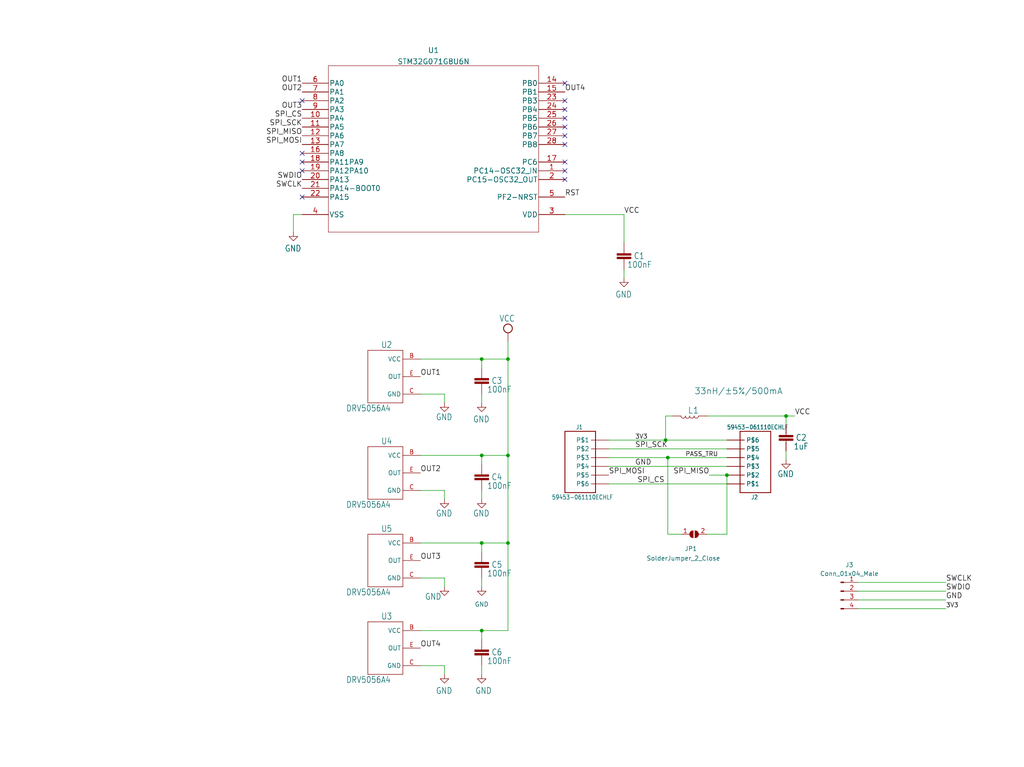
<source format=kicad_sch>
(kicad_sch (version 20210621) (generator eeschema)
  (paper "User" 297.002 222.504)
  (lib_symbols
    (symbol "Connector:Conn_01x04_Male" (pin_names (offset 1.016) hide)
      (property "Reference" "J" (at 0 5.08 0))
      (property "Value" "Conn_01x04_Male" (at 0 -7.62 0))
      (symbol "Conn_01x04_Male_1_1"
        (polyline (pts (xy 1.27 -5.08) (xy 0.8636 -5.08)) (stroke (width 0.1524)))
        (polyline (pts (xy 1.27 -2.54) (xy 0.8636 -2.54)) (stroke (width 0.1524)))
        (polyline (pts (xy 1.27 0) (xy 0.8636 0)) (stroke (width 0.1524)))
        (polyline (pts (xy 1.27 2.54) (xy 0.8636 2.54)) (stroke (width 0.1524)))
        (rectangle (start 0.8636 -4.953) (end 0 -5.207) (stroke (width 0.1524)) (fill (type outline)))
        (rectangle (start 0.8636 -2.413) (end 0 -2.667) (stroke (width 0.1524)) (fill (type outline)))
        (rectangle (start 0.8636 0.127) (end 0 -0.127) (stroke (width 0.1524)) (fill (type outline)))
        (rectangle (start 0.8636 2.667) (end 0 2.413) (stroke (width 0.1524)) (fill (type outline)))
        (pin passive line (at 5.08 2.54 180) (length 3.81) (name "Pin_1") (number "1"))
        (pin passive line (at 5.08 0 180) (length 3.81) (name "Pin_2") (number "2"))
        (pin passive line (at 5.08 -2.54 180) (length 3.81) (name "Pin_3") (number "3"))
        (pin passive line (at 5.08 -5.08 180) (length 3.81) (name "Pin_4") (number "4"))
      )
    )
    (symbol "Jumper:SolderJumper_2_Open" (pin_names (offset 0) hide)
      (property "Reference" "JP" (at 0 2.032 0))
      (property "Value" "SolderJumper_2_Open" (at 0 -2.54 0))
      (symbol "SolderJumper_2_Open_0_1"
        (arc (start -0.254 1.016) (mid -1.27 0) (end -0.254 -1.016))
        (arc (start -0.254 1.016) (mid -1.27 0) (end -0.254 -1.016) (fill (type outline)))
        (polyline (pts (xy -0.254 1.016) (xy -0.254 -1.016)))
        (polyline (pts (xy 0.254 1.016) (xy 0.254 -1.016)))
        (arc (start 0.254 -1.016) (mid 1.27 0) (end 0.254 1.016))
        (arc (start 0.254 -1.016) (mid 1.27 0) (end 0.254 1.016) (fill (type outline)))
      )
      (symbol "SolderJumper_2_Open_1_1"
        (pin passive line (at -3.81 0 0) (length 2.54) (name "A") (number "1"))
        (pin passive line (at 3.81 0 180) (length 2.54) (name "B") (number "2"))
      )
    )
    (symbol "Magnetic Finger SMALL Ampherol 28pin-eagle-import:59453-061110ECHLF"
      (property "Value" "59453-061110ECHLF" (at 5.08 -15.24 0))
      (symbol "59453-061110ECHLF_1_0"
        (polyline (pts (xy 3.81 -12.7) (xy 12.7 -12.7)) (stroke (width 0.254)))
        (polyline (pts (xy 3.81 5.08) (xy 3.81 -12.7)) (stroke (width 0.254)))
        (polyline (pts (xy 12.7 -12.7) (xy 12.7 5.08)) (stroke (width 0.254)))
        (polyline (pts (xy 12.7 5.08) (xy 3.81 5.08)) (stroke (width 0.254)))
        (pin bidirectional line (at 0 2.54 0) (length 5.08) (name "P$1") (number "P$1"))
        (pin bidirectional line (at 0 0 0) (length 5.08) (name "P$2") (number "P$2"))
        (pin bidirectional line (at 0 -2.54 0) (length 5.08) (name "P$3") (number "P$3"))
        (pin bidirectional line (at 0 -5.08 0) (length 5.08) (name "P$4") (number "P$4"))
        (pin bidirectional line (at 0 -7.62 0) (length 5.08) (name "P$5") (number "P$5"))
        (pin bidirectional line (at 0 -10.16 0) (length 5.08) (name "P$6") (number "P$6"))
      )
    )
    (symbol "Magnetic Finger SMALL Ampherol 28pin-eagle-import:C-EUC0402"
      (property "Reference" "C" (at 1.524 0.381 0))
      (property "Value" "C-EUC0402" (at 1.524 -4.699 0))
      (symbol "C-EUC0402_1_0"
        (rectangle (start -2.032 -2.032) (end 2.032 -1.524) (fill (type outline)))
        (rectangle (start -2.032 -1.016) (end 2.032 -0.508) (fill (type outline)))
        (polyline (pts (xy 0 -2.54) (xy 0 -2.032)) (stroke (width 0.1524)))
        (polyline (pts (xy 0 0) (xy 0 -0.508)) (stroke (width 0.1524)))
        (pin passive line (at 0 2.54 270) (length 2.54) (name "1") (number "1"))
        (pin passive line (at 0 -5.08 90) (length 2.54) (name "2") (number "2"))
      )
    )
    (symbol "Magnetic Finger SMALL Ampherol 28pin-eagle-import:DRV5057A1QDBZR"
      (property "Reference" "U" (at -5.08 8.89 0))
      (property "Value" "DRV5057A1QDBZR" (at -5.08 -10.16 0))
      (symbol "DRV5057A1QDBZR_1_0"
        (polyline (pts (xy -5.08 -7.62) (xy -5.08 7.62)) (stroke (width 0.1524)))
        (polyline (pts (xy -5.08 7.62) (xy 5.08 7.62)) (stroke (width 0.1524)))
        (polyline (pts (xy 5.08 -7.62) (xy -5.08 -7.62)) (stroke (width 0.1524)))
        (polyline (pts (xy 5.08 7.62) (xy 5.08 -7.62)) (stroke (width 0.1524)))
        (pin power_in line (at 10.16 5.08 180) (length 5.08) (name "VCC") (number "B"))
        (pin power_in line (at 10.16 -5.08 180) (length 5.08) (name "GND") (number "C"))
        (pin output line (at 10.16 0 180) (length 5.08) (name "OUT") (number "E"))
      )
    )
    (symbol "Magnetic Finger SMALL Ampherol 28pin-eagle-import:INDUCTOR-0603-33NH"
      (property "Reference" "L" (at 1.27 2.54 0))
      (property "Value" "INDUCTOR-0603-33NH" (at 1.27 -2.54 0))
      (symbol "INDUCTOR-0603-33NH_1_0"
        (arc (start 0 -2.54) (mid 0.635 -1.905) (end 0 -1.27) (stroke (width 0.1524)))
        (arc (start 0 -1.27) (mid 0.635 -0.635) (end 0 0) (stroke (width 0.1524)))
        (arc (start 0 0) (mid 0.635 0.635) (end 0 1.27) (stroke (width 0.1524)))
        (arc (start 0 1.27) (mid 0.635 1.905) (end 0 2.54) (stroke (width 0.1524)))
        (pin passive line (at 0 5.08 270) (length 2.54) (name "1") (number "1"))
        (pin passive line (at 0 -5.08 90) (length 2.54) (name "2") (number "2"))
      )
    )
    (symbol "Magnetic Finger SMALL Ampherol 28pin-eagle-import:VCC" (power)
      (property "Value" "VCC" (at -1.905 3.175 0))
      (symbol "VCC_1_0"
        (circle (center 0 1.27) (radius 1.27) (stroke (width 0.254)) (stroke (width 0.254)))
        (pin power_in line (at 0 -2.54 90) (length 2.54) (name "VCC") (number "1"))
      )
    )
    (symbol "STM32G071G8U6N:STM32G071G8U6N" (pin_names (offset 0.254))
      (property "Reference" "U" (at 38.1 10.16 0))
      (property "Value" "STM32G071G8U6N" (at 38.1 7.62 0))
      (symbol "STM32G071G8U6N_1_1"
        (polyline (pts (xy 7.62 -43.18) (xy 68.58 -43.18)) (stroke (width 0.127)))
        (polyline (pts (xy 7.62 5.08) (xy 7.62 -43.18)) (stroke (width 0.127)))
        (polyline (pts (xy 68.58 -43.18) (xy 68.58 5.08)) (stroke (width 0.127)))
        (polyline (pts (xy 68.58 5.08) (xy 7.62 5.08)) (stroke (width 0.127)))
        (pin bidirectional line (at 76.2 -25.4 180) (length 7.62) (name "PC14-OSC32_IN") (number "1"))
        (pin bidirectional line (at 0 -10.16 0) (length 7.62) (name "PA4") (number "10"))
        (pin bidirectional line (at 0 -12.7 0) (length 7.62) (name "PA5") (number "11"))
        (pin bidirectional line (at 0 -15.24 0) (length 7.62) (name "PA6") (number "12"))
        (pin bidirectional line (at 0 -17.78 0) (length 7.62) (name "PA7") (number "13"))
        (pin bidirectional line (at 76.2 0 180) (length 7.62) (name "PB0") (number "14"))
        (pin bidirectional line (at 76.2 -2.54 180) (length 7.62) (name "PB1") (number "15"))
        (pin bidirectional line (at 0 -20.32 0) (length 7.62) (name "PA8") (number "16"))
        (pin bidirectional line (at 76.2 -22.86 180) (length 7.62) (name "PC6") (number "17"))
        (pin bidirectional line (at 0 -22.86 0) (length 7.62) (name "PA11PA9") (number "18"))
        (pin bidirectional line (at 0 -25.4 0) (length 7.62) (name "PA12PA10") (number "19"))
        (pin bidirectional line (at 76.2 -27.94 180) (length 7.62) (name "PC15-OSC32_OUT") (number "2"))
        (pin bidirectional line (at 0 -27.94 0) (length 7.62) (name "PA13") (number "20"))
        (pin bidirectional line (at 0 -30.48 0) (length 7.62) (name "PA14-BOOT0") (number "21"))
        (pin bidirectional line (at 0 -33.02 0) (length 7.62) (name "PA15") (number "22"))
        (pin bidirectional line (at 76.2 -5.08 180) (length 7.62) (name "PB3") (number "23"))
        (pin bidirectional line (at 76.2 -7.62 180) (length 7.62) (name "PB4") (number "24"))
        (pin bidirectional line (at 76.2 -10.16 180) (length 7.62) (name "PB5") (number "25"))
        (pin bidirectional line (at 76.2 -12.7 180) (length 7.62) (name "PB6") (number "26"))
        (pin bidirectional line (at 76.2 -15.24 180) (length 7.62) (name "PB7") (number "27"))
        (pin bidirectional line (at 76.2 -17.78 180) (length 7.62) (name "PB8") (number "28"))
        (pin power_in line (at 76.2 -38.1 180) (length 7.62) (name "VDD") (number "3"))
        (pin power_in line (at 0 -38.1 0) (length 7.62) (name "VSS") (number "4"))
        (pin bidirectional line (at 76.2 -33.02 180) (length 7.62) (name "PF2-NRST") (number "5"))
        (pin bidirectional line (at 0 0 0) (length 7.62) (name "PA0") (number "6"))
        (pin bidirectional line (at 0 -2.54 0) (length 7.62) (name "PA1") (number "7"))
        (pin bidirectional line (at 0 -5.08 0) (length 7.62) (name "PA2") (number "8"))
        (pin bidirectional line (at 0 -7.62 0) (length 7.62) (name "PA3") (number "9"))
      )
    )
    (symbol "power:GND" (power) (pin_names (offset 0))
      (property "Value" "GND" (at 0 -3.81 0))
      (symbol "GND_0_1"
        (polyline (pts (xy 0 0) (xy 0 -1.27) (xy 1.27 -1.27) (xy 0 -2.54) (xy -1.27 -1.27) (xy 0 -1.27)))
      )
      (symbol "GND_1_1"
        (pin power_in line (at 0 0 270) (length 0) hide (name "GND") (number "1"))
      )
    )
  )
  (junction (at 139.7 104.14))
  (junction (at 139.7 132.08))
  (junction (at 139.7 157.48))
  (junction (at 139.7 182.88))
  (junction (at 147.32 104.14))
  (junction (at 147.32 132.08))
  (junction (at 147.32 157.48))
  (junction (at 193.04 127.635))
  (junction (at 193.675 132.715))
  (junction (at 210.82 137.795))
  (junction (at 227.965 120.65))
  (no_connect (at 87.63 29.21))
  (no_connect (at 87.63 44.45))
  (no_connect (at 87.63 46.99))
  (no_connect (at 87.63 49.53))
  (no_connect (at 87.63 57.15))
  (no_connect (at 163.83 24.13))
  (no_connect (at 163.83 29.21))
  (no_connect (at 163.83 31.75))
  (no_connect (at 163.83 34.29))
  (no_connect (at 163.83 36.83))
  (no_connect (at 163.83 39.37))
  (no_connect (at 163.83 41.91))
  (no_connect (at 163.83 46.99))
  (no_connect (at 163.83 49.53))
  (no_connect (at 163.83 52.07))
  (wire (pts (xy 85.09 62.23) (xy 85.09 67.31)))
  (wire (pts (xy 87.63 62.23) (xy 85.09 62.23)))
  (wire (pts (xy 121.92 104.14) (xy 139.7 104.14)))
  (wire (pts (xy 121.92 114.3) (xy 128.905 114.3)))
  (wire (pts (xy 121.92 142.24) (xy 128.905 142.24)))
  (wire (pts (xy 121.92 167.64) (xy 128.905 167.64)))
  (wire (pts (xy 121.92 193.04) (xy 128.905 193.04)))
  (wire (pts (xy 128.905 114.3) (xy 128.905 116.84)))
  (wire (pts (xy 128.905 142.24) (xy 128.905 144.78)))
  (wire (pts (xy 128.905 167.64) (xy 128.905 170.18)))
  (wire (pts (xy 128.905 193.04) (xy 128.905 195.58)))
  (wire (pts (xy 139.7 104.14) (xy 139.7 106.68)))
  (wire (pts (xy 139.7 104.14) (xy 147.32 104.14)))
  (wire (pts (xy 139.7 114.3) (xy 139.7 116.84)))
  (wire (pts (xy 139.7 132.08) (xy 121.92 132.08)))
  (wire (pts (xy 139.7 132.08) (xy 139.7 134.62)))
  (wire (pts (xy 139.7 142.24) (xy 139.7 144.78)))
  (wire (pts (xy 139.7 157.48) (xy 121.92 157.48)))
  (wire (pts (xy 139.7 157.48) (xy 139.7 160.02)))
  (wire (pts (xy 139.7 167.64) (xy 139.7 170.18)))
  (wire (pts (xy 139.7 182.88) (xy 121.92 182.88)))
  (wire (pts (xy 139.7 182.88) (xy 139.7 185.42)))
  (wire (pts (xy 139.7 195.58) (xy 139.7 193.04)))
  (wire (pts (xy 147.32 104.14) (xy 147.32 99.06)))
  (wire (pts (xy 147.32 104.14) (xy 147.32 132.08)))
  (wire (pts (xy 147.32 132.08) (xy 139.7 132.08)))
  (wire (pts (xy 147.32 132.08) (xy 147.32 157.48)))
  (wire (pts (xy 147.32 157.48) (xy 139.7 157.48)))
  (wire (pts (xy 147.32 157.48) (xy 147.32 182.88)))
  (wire (pts (xy 147.32 182.88) (xy 139.7 182.88)))
  (wire (pts (xy 176.53 127.635) (xy 193.04 127.635)))
  (wire (pts (xy 176.53 130.175) (xy 210.82 130.175)))
  (wire (pts (xy 176.53 132.715) (xy 193.675 132.715)))
  (wire (pts (xy 176.53 135.255) (xy 210.82 135.255)))
  (wire (pts (xy 176.53 140.335) (xy 210.82 140.335)))
  (wire (pts (xy 180.975 62.23) (xy 163.83 62.23)))
  (wire (pts (xy 180.975 62.23) (xy 180.975 70.485)))
  (wire (pts (xy 180.975 80.645) (xy 180.975 78.105)))
  (wire (pts (xy 193.04 120.65) (xy 193.04 127.635)))
  (wire (pts (xy 193.04 120.65) (xy 194.945 120.65)))
  (wire (pts (xy 193.04 127.635) (xy 210.82 127.635)))
  (wire (pts (xy 193.675 132.715) (xy 193.675 154.94)))
  (wire (pts (xy 193.675 132.715) (xy 210.82 132.715)))
  (wire (pts (xy 193.675 154.94) (xy 197.485 154.94)))
  (wire (pts (xy 205.105 120.65) (xy 227.965 120.65)))
  (wire (pts (xy 205.105 154.94) (xy 210.82 154.94)))
  (wire (pts (xy 205.74 137.795) (xy 210.82 137.795)))
  (wire (pts (xy 210.82 137.795) (xy 210.82 154.94)))
  (wire (pts (xy 227.965 120.65) (xy 230.505 120.65)))
  (wire (pts (xy 227.965 123.19) (xy 227.965 120.65)))
  (wire (pts (xy 227.965 133.35) (xy 227.965 130.81)))
  (wire (pts (xy 248.92 168.91) (xy 274.32 168.91)))
  (wire (pts (xy 248.92 171.45) (xy 274.32 171.45)))
  (wire (pts (xy 248.92 173.99) (xy 274.32 173.99)))
  (wire (pts (xy 248.92 176.53) (xy 274.32 176.53)))
  (label "OUT1" (at 87.63 24.13 180) (effects (font (size 1.5113 1.5113))))
  (label "OUT2" (at 87.63 26.67 180) (effects (font (size 1.5113 1.5113))))
  (label "OUT3" (at 87.63 31.75 180) (effects (font (size 1.5113 1.5113))))
  (label "SPI_CS" (at 87.63 34.29 180) (effects (font (size 1.5113 1.5113))))
  (label "SPI_SCK" (at 87.63 36.83 180) (effects (font (size 1.5113 1.5113))))
  (label "SPI_MISO" (at 87.63 39.37 180) (effects (font (size 1.5113 1.5113))))
  (label "SPI_MOSI" (at 87.63 41.91 180) (effects (font (size 1.5113 1.5113))))
  (label "SWDIO" (at 87.63 52.07 180) (effects (font (size 1.5113 1.5113))))
  (label "SWCLK" (at 87.63 54.61 180) (effects (font (size 1.5113 1.5113))))
  (label "OUT1" (at 121.92 109.22 0) (effects (font (size 1.5113 1.5113))))
  (label "OUT2" (at 121.92 137.16 0) (effects (font (size 1.5113 1.5113))))
  (label "OUT3" (at 121.92 162.56 0) (effects (font (size 1.5113 1.5113))))
  (label "OUT4" (at 121.92 187.96 0) (effects (font (size 1.5113 1.5113))))
  (label "OUT4" (at 163.83 26.67 0) (effects (font (size 1.5113 1.5113))))
  (label "RST" (at 163.83 57.15 0) (effects (font (size 1.5113 1.5113))))
  (label "SPI_MOSI" (at 176.53 137.795 0) (effects (font (size 1.5113 1.5113))))
  (label "VCC" (at 180.975 62.23 0) (effects (font (size 1.5113 1.5113))))
  (label "3V3" (at 184.15 127.635 0))
  (label "SPI_SCK" (at 184.15 130.175 0) (effects (font (size 1.5113 1.5113))))
  (label "GND" (at 184.15 135.255 0) (effects (font (size 1.5113 1.5113))))
  (label "SPI_CS" (at 184.785 140.335 0) (effects (font (size 1.5113 1.5113))))
  (label "PASS_TRU" (at 198.755 132.715 0))
  (label "SPI_MISO" (at 205.74 137.795 180) (effects (font (size 1.5113 1.5113))))
  (label "VCC" (at 230.505 120.65 0) (effects (font (size 1.5113 1.5113))))
  (label "SWCLK" (at 274.32 168.91 0) (effects (font (size 1.5113 1.5113))))
  (label "SWDIO" (at 274.32 171.45 0) (effects (font (size 1.5113 1.5113))))
  (label "GND" (at 274.32 173.99 0) (effects (font (size 1.5113 1.5113))))
  (label "3V3" (at 274.32 176.53 0))
  (symbol (lib_id "power:GND") (at 85.09 67.31 0) (unit 1)
    (property "Reference" "#GND013" (effects hide))
    (property "Value" "GND" (at 82.55 73.025 0) (effects (font (size 1.778 1.5113)) (justify left bottom)))
  )
  (symbol (lib_id "power:GND") (at 128.905 116.84 0) (unit 1)
    (property "Reference" "#GND011" (effects hide))
    (property "Value" "GND" (at 126.365 121.92 0) (effects (font (size 1.778 1.5113)) (justify left bottom)))
  )
  (symbol (lib_id "power:GND") (at 128.905 144.78 0) (unit 1)
    (property "Reference" "#GND09" (effects hide))
    (property "Value" "GND" (at 126.365 149.86 0) (effects (font (size 1.778 1.5113)) (justify left bottom)))
  )
  (symbol (lib_id "power:GND") (at 128.905 170.18 0) (unit 1)
    (property "Reference" "#GND07" (effects hide))
    (property "Value" "GND" (at 123.19 173.99 0) (effects (font (size 1.778 1.5113)) (justify left bottom)))
  )
  (symbol (lib_id "power:GND") (at 128.905 195.58 0) (unit 1)
    (property "Reference" "#GND04" (effects hide))
    (property "Value" "GND" (at 126.365 201.295 0) (effects (font (size 1.778 1.5113)) (justify left bottom)))
  )
  (symbol (lib_id "power:GND") (at 139.7 116.84 0) (unit 1)
    (property "Reference" "#GND010" (effects hide))
    (property "Value" "GND" (at 137.16 122.555 0) (effects (font (size 1.778 1.5113)) (justify left bottom)))
  )
  (symbol (lib_id "power:GND") (at 139.7 144.78 0) (unit 1)
    (property "Reference" "#GND08" (effects hide))
    (property "Value" "GND" (at 137.16 149.86 0) (effects (font (size 1.778 1.5113)) (justify left bottom)))
  )
  (symbol (lib_id "power:GND") (at 139.7 170.18 0) (unit 1)
    (property "Reference" "#PWR0101" (effects hide))
    (property "Value" "GND" (at 139.7 175.26 0))
  )
  (symbol (lib_id "power:GND") (at 139.7 195.58 0) (unit 1)
    (property "Reference" "#GND05" (effects hide))
    (property "Value" "GND" (at 137.795 201.295 0) (effects (font (size 1.778 1.5113)) (justify left bottom)))
  )
  (symbol (lib_id "power:GND") (at 180.975 80.645 0) (unit 1)
    (property "Reference" "#GND02" (effects hide))
    (property "Value" "GND" (at 178.435 86.36 0) (effects (font (size 1.778 1.5113)) (justify left bottom)))
  )
  (symbol (lib_id "power:GND") (at 227.965 133.35 0) (unit 1)
    (property "Reference" "#GND03" (effects hide))
    (property "Value" "GND" (at 225.425 138.43 0) (effects (font (size 1.778 1.5113)) (justify left bottom)))
  )
  (symbol (lib_id "Magnetic Finger SMALL Ampherol 28pin-eagle-import:INDUCTOR-0603-33NH") (at 200.025 120.65 270) (unit 1)
    (property "Reference" "L1" (at 199.39 120.015 90) (effects (font (size 1.778 1.778)) (justify left bottom)))
    (property "Value" "33nH/±5%/500mA" (at 201.295 112.395 90) (effects (font (size 1.778 1.778)) (justify left top)))
    (property "Footprint" "Inductor_SMD:L_0603_1608Metric_Pad1.05x0.95mm_HandSolder" (effects hide))
  )
  (symbol (lib_id "Magnetic Finger SMALL Ampherol 28pin-eagle-import:VCC") (at 147.32 96.52 0) (unit 1)
    (property "Reference" "#SUPPLY02" (effects hide))
    (property "Value" "VCC" (at 144.78 93.345 0) (effects (font (size 1.778 1.5113)) (justify left bottom)))
  )
  (symbol (lib_id "Jumper:SolderJumper_2_Open") (at 201.295 154.94 0) (unit 1)
    (property "Reference" "JP1" (at 202.2035 159.1311 0) (effects (justify right)))
    (property "Value" "SolderJumper_2_Close" (at 208.915 161.925 0) (effects (justify right)))
    (property "Footprint" "footprints:SolderJumper-2_P1.3mm_Bridged_Pad1.0x1.5mm" (effects hide))
  )
  (symbol (lib_id "Magnetic Finger SMALL Ampherol 28pin-eagle-import:C-EUC0402") (at 139.7 109.22 0) (unit 1)
    (property "Reference" "C3" (at 142.494 111.379 0) (effects (font (size 1.778 1.5113)) (justify left bottom)))
    (property "Value" "100nF" (at 141.224 113.919 0) (effects (font (size 1.778 1.5113)) (justify left bottom)))
    (property "Footprint" "footprints:C_0603_1608Metric_Pad1.08x0.95mm_HandSolder" (effects hide))
  )
  (symbol (lib_id "Magnetic Finger SMALL Ampherol 28pin-eagle-import:C-EUC0402") (at 139.7 137.16 0) (unit 1)
    (property "Reference" "C4" (at 142.494 139.319 0) (effects (font (size 1.778 1.5113)) (justify left bottom)))
    (property "Value" "100nF" (at 141.224 141.859 0) (effects (font (size 1.778 1.5113)) (justify left bottom)))
    (property "Footprint" "footprints:C_0603_1608Metric_Pad1.08x0.95mm_HandSolder" (effects hide))
  )
  (symbol (lib_id "Magnetic Finger SMALL Ampherol 28pin-eagle-import:C-EUC0402") (at 139.7 162.56 0) (unit 1)
    (property "Reference" "C5" (at 142.494 164.719 0) (effects (font (size 1.778 1.5113)) (justify left bottom)))
    (property "Value" "100nF" (at 141.224 167.259 0) (effects (font (size 1.778 1.5113)) (justify left bottom)))
    (property "Footprint" "footprints:C_0603_1608Metric_Pad1.08x0.95mm_HandSolder" (effects hide))
  )
  (symbol (lib_id "Magnetic Finger SMALL Ampherol 28pin-eagle-import:C-EUC0402") (at 139.7 187.96 0) (unit 1)
    (property "Reference" "C6" (at 142.494 190.119 0) (effects (font (size 1.778 1.5113)) (justify left bottom)))
    (property "Value" "100nF" (at 141.224 192.659 0) (effects (font (size 1.778 1.5113)) (justify left bottom)))
    (property "Footprint" "footprints:C_0603_1608Metric_Pad1.08x0.95mm_HandSolder" (effects hide))
  )
  (symbol (lib_id "Magnetic Finger SMALL Ampherol 28pin-eagle-import:C-EUC0402") (at 180.975 73.025 0) (unit 1)
    (property "Reference" "C1" (at 183.769 75.184 0) (effects (font (size 1.778 1.5113)) (justify left bottom)))
    (property "Value" "100nF" (at 181.864 77.724 0) (effects (font (size 1.778 1.5113)) (justify left bottom)))
    (property "Footprint" "footprints:C_0603_1608Metric_Pad1.08x0.95mm_HandSolder" (effects hide))
  )
  (symbol (lib_id "Magnetic Finger SMALL Ampherol 28pin-eagle-import:C-EUC0402") (at 227.965 125.73 0) (unit 1)
    (property "Reference" "C2" (at 230.759 127.889 0) (effects (font (size 1.778 1.5113)) (justify left bottom)))
    (property "Value" "1uF" (at 230.124 130.429 0) (effects (font (size 1.778 1.5113)) (justify left bottom)))
    (property "Footprint" "footprints:C_0603_1608Metric_Pad1.08x0.95mm_HandSolder" (effects hide))
  )
  (symbol (lib_id "Connector:Conn_01x04_Male") (at 243.84 171.45 0) (unit 1)
    (property "Reference" "J3" (at 246.3419 163.83 0))
    (property "Value" "Conn_01x04_Male" (at 246.3419 166.37 0))
    (property "Footprint" "footprints:PinHeader_1x04_P2.54mm_Vertical" (effects hide))
  )
  (symbol (lib_id "Magnetic Finger SMALL Ampherol 28pin-eagle-import:59453-061110ECHLF") (at 176.53 130.175 0) (mirror y) (unit 1)
    (property "Reference" "J1" (at 167.005 123.19 0) (effects (font (size 1.27 1.0795)) (justify right top)))
    (property "Value" "59453-061110ECHLF" (at 160.02 143.51 0) (effects (font (size 1.27 1.0795)) (justify right top)))
    (property "Footprint" "TACTILE_28UFQFPN_SPI_v2.0:59453-061110ECHLF" (effects hide))
  )
  (symbol (lib_id "Magnetic Finger SMALL Ampherol 28pin-eagle-import:59453-061110ECHLF") (at 210.82 137.795 0) (mirror x) (unit 1)
    (property "Reference" "J2" (at 217.805 143.51 0) (effects (font (size 1.27 1.0795)) (justify left bottom)))
    (property "Value" "59453-061110ECHLF" (at 210.82 123.19 0) (effects (font (size 1.27 1.0795)) (justify left bottom)))
    (property "Footprint" "TACTILE_28UFQFPN_SPI_v2.0:59453-061110ECHLF" (effects hide))
  )
  (symbol (lib_id "Magnetic Finger SMALL Ampherol 28pin-eagle-import:DRV5057A1QDBZR") (at 111.76 109.22 0) (unit 1)
    (property "Reference" "U2" (at 110.49 100.965 0) (effects (font (size 1.778 1.5113)) (justify left bottom)))
    (property "Value" "DRV5056A4" (at 100.33 119.38 0) (effects (font (size 1.778 1.5113)) (justify left bottom)))
    (property "Footprint" "TACTILE_28UFQFPN_SPI_v2.0:SOT23-BEC" (effects hide))
  )
  (symbol (lib_id "Magnetic Finger SMALL Ampherol 28pin-eagle-import:DRV5057A1QDBZR") (at 111.76 137.16 0) (unit 1)
    (property "Reference" "U4" (at 110.49 128.905 0) (effects (font (size 1.778 1.5113)) (justify left bottom)))
    (property "Value" "DRV5056A4" (at 100.33 147.32 0) (effects (font (size 1.778 1.5113)) (justify left bottom)))
    (property "Footprint" "TACTILE_28UFQFPN_SPI_v2.0:SOT23-BEC" (effects hide))
  )
  (symbol (lib_id "Magnetic Finger SMALL Ampherol 28pin-eagle-import:DRV5057A1QDBZR") (at 111.76 162.56 0) (unit 1)
    (property "Reference" "U5" (at 110.49 154.305 0) (effects (font (size 1.778 1.5113)) (justify left bottom)))
    (property "Value" "DRV5056A4" (at 100.33 172.72 0) (effects (font (size 1.778 1.5113)) (justify left bottom)))
    (property "Footprint" "TACTILE_28UFQFPN_SPI_v2.0:SOT23-BEC" (effects hide))
  )
  (symbol (lib_id "Magnetic Finger SMALL Ampherol 28pin-eagle-import:DRV5057A1QDBZR") (at 111.76 187.96 0) (unit 1)
    (property "Reference" "U3" (at 110.49 179.705 0) (effects (font (size 1.778 1.5113)) (justify left bottom)))
    (property "Value" "DRV5056A4" (at 100.33 198.12 0) (effects (font (size 1.778 1.5113)) (justify left bottom)))
    (property "Footprint" "TACTILE_28UFQFPN_SPI_v2.0:SOT23-BEC" (effects hide))
  )
  (symbol (lib_id "STM32G071G8U6N:STM32G071G8U6N") (at 87.63 24.13 0) (unit 1)
    (property "Reference" "U1" (at 125.73 14.5825 0) (effects (font (size 1.524 1.524))))
    (property "Value" "STM32G071G8U6N" (at 125.73 17.8615 0) (effects (font (size 1.524 1.524))))
    (property "Footprint" "STM32G071G8U6N:STM32G071G8U6N" (effects hide))
  )
)
</source>
